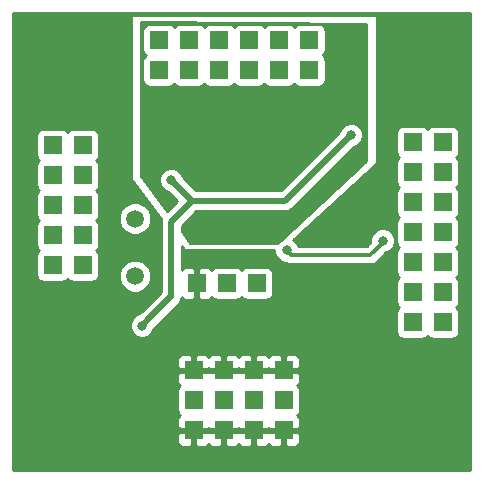
<source format=gbr>
G04 #@! TF.FileFunction,Copper,L1,Top,Signal*
%FSLAX46Y46*%
G04 Gerber Fmt 4.6, Leading zero omitted, Abs format (unit mm)*
G04 Created by KiCad (PCBNEW 0.201509081510+6169~29~ubuntu15.04.1-product) date Čt 10. září 2015, 16:27:08 CEST*
%MOMM*%
G01*
G04 APERTURE LIST*
%ADD10C,0.150000*%
%ADD11R,1.524000X1.524000*%
%ADD12C,6.000000*%
%ADD13C,1.501140*%
%ADD14C,0.800000*%
%ADD15C,0.500000*%
%ADD16C,0.300000*%
%ADD17C,0.400000*%
%ADD18C,0.254000*%
G04 APERTURE END LIST*
D10*
D11*
X15875000Y34798000D03*
X15875000Y37338000D03*
X23876000Y4318000D03*
X21336000Y4318000D03*
X23876000Y6858000D03*
X21336000Y6858000D03*
X23876000Y9398000D03*
X21336000Y9398000D03*
X37338000Y26162000D03*
X34798000Y26162000D03*
X37338000Y28702000D03*
X34798000Y28702000D03*
X13335000Y34798000D03*
X13335000Y37338000D03*
X18415000Y34798000D03*
X18415000Y37338000D03*
X20955000Y37338000D03*
X20955000Y34798000D03*
X26035000Y37338000D03*
X26035000Y34798000D03*
X23495000Y37338000D03*
X23495000Y34798000D03*
X16510000Y16764000D03*
X19050000Y16764000D03*
X21590000Y16764000D03*
X6858000Y28448000D03*
X4318000Y28448000D03*
X6858000Y25908000D03*
X4318000Y25908000D03*
X37338000Y18542000D03*
X34798000Y18542000D03*
X37338000Y21082000D03*
X34798000Y21082000D03*
X6858000Y18288000D03*
X4318000Y18288000D03*
X37338000Y13462000D03*
X34798000Y13462000D03*
X37338000Y16002000D03*
X34798000Y16002000D03*
X37338000Y23622000D03*
X34798000Y23622000D03*
X16256000Y9398000D03*
X18796000Y9398000D03*
X16256000Y6858000D03*
X18796000Y6858000D03*
X16256000Y4318000D03*
X18796000Y4318000D03*
X6858000Y20828000D03*
X4318000Y20828000D03*
X6858000Y23368000D03*
X4318000Y23368000D03*
D12*
X35560000Y35560000D03*
X35560000Y5080000D03*
X5080000Y35560000D03*
X5080000Y5080000D03*
D13*
X11303000Y22252940D03*
X11303000Y17371060D03*
D14*
X17280000Y18796000D03*
X5588000Y15621000D03*
X32258000Y20386000D03*
X24130000Y19558000D03*
X29591000Y29337000D03*
X14351000Y25527028D03*
X11886691Y13192000D03*
X29894000Y33211000D03*
X12954000Y25019000D03*
X25337000Y31496000D03*
X19431000Y21336000D03*
X18033998Y25400000D03*
X16383000Y31369000D03*
X20447000Y31369000D03*
D15*
X17280000Y18796000D02*
X19685000Y18796000D01*
X19685000Y18796000D02*
X19812000Y18669000D01*
D16*
X16256000Y4318000D02*
X15194000Y4318000D01*
X15194000Y4318000D02*
X15067000Y4445000D01*
X31223001Y19158001D02*
X32258000Y20193000D01*
X32258000Y20193000D02*
X32258000Y20386000D01*
X24130000Y19558000D02*
X24529999Y19158001D01*
X24529999Y19158001D02*
X31223001Y19158001D01*
D15*
X24014998Y23760998D02*
X29191001Y28937001D01*
X29191001Y28937001D02*
X29591000Y29337000D01*
X16117030Y23760998D02*
X24014998Y23760998D01*
X16117030Y23760998D02*
X14351000Y25527028D01*
X14351000Y15656309D02*
X14351000Y21994968D01*
X14351000Y21994968D02*
X16117030Y23760998D01*
X11886691Y13192000D02*
X12503571Y13808880D01*
X12503571Y13808880D02*
X14351000Y15656309D01*
D17*
X14351000Y18397640D02*
X14351000Y18968106D01*
X14351000Y15656309D02*
X14351000Y18397640D01*
X14351000Y18397640D02*
X14351000Y21994968D01*
D16*
X14351000Y18968106D02*
X14351000Y21994968D01*
X18433997Y25799999D02*
X18033998Y25400000D01*
X23859998Y31226000D02*
X18433997Y25799999D01*
X24130000Y31226000D02*
X23859998Y31226000D01*
X20447000Y31369000D02*
X16383000Y31369000D01*
X24130000Y31226000D02*
X20590000Y31226000D01*
X20590000Y31226000D02*
X20447000Y31369000D01*
X24130000Y31226000D02*
X29638000Y31226000D01*
D18*
G36*
X39676000Y964000D02*
X964000Y964000D01*
X964000Y4032250D01*
X14859000Y4032250D01*
X14859000Y3429690D01*
X14955673Y3196301D01*
X15134302Y3017673D01*
X15367691Y2921000D01*
X15970250Y2921000D01*
X16129000Y3079750D01*
X16129000Y4191000D01*
X16383000Y4191000D01*
X16383000Y3079750D01*
X16541750Y2921000D01*
X17144309Y2921000D01*
X17377698Y3017673D01*
X17526000Y3165974D01*
X17674302Y3017673D01*
X17907691Y2921000D01*
X18510250Y2921000D01*
X18669000Y3079750D01*
X18669000Y4191000D01*
X18923000Y4191000D01*
X18923000Y3079750D01*
X19081750Y2921000D01*
X19684309Y2921000D01*
X19917698Y3017673D01*
X20066000Y3165974D01*
X20214302Y3017673D01*
X20447691Y2921000D01*
X21050250Y2921000D01*
X21209000Y3079750D01*
X21209000Y4191000D01*
X21463000Y4191000D01*
X21463000Y3079750D01*
X21621750Y2921000D01*
X22224309Y2921000D01*
X22457698Y3017673D01*
X22606000Y3165974D01*
X22754302Y3017673D01*
X22987691Y2921000D01*
X23590250Y2921000D01*
X23749000Y3079750D01*
X23749000Y4191000D01*
X24003000Y4191000D01*
X24003000Y3079750D01*
X24161750Y2921000D01*
X24764309Y2921000D01*
X24997698Y3017673D01*
X25176327Y3196301D01*
X25273000Y3429690D01*
X25273000Y4032250D01*
X25114250Y4191000D01*
X24003000Y4191000D01*
X23749000Y4191000D01*
X22637750Y4191000D01*
X22606000Y4159250D01*
X22574250Y4191000D01*
X21463000Y4191000D01*
X21209000Y4191000D01*
X20097750Y4191000D01*
X20066000Y4159250D01*
X20034250Y4191000D01*
X18923000Y4191000D01*
X18669000Y4191000D01*
X17557750Y4191000D01*
X17526000Y4159250D01*
X17494250Y4191000D01*
X16383000Y4191000D01*
X16129000Y4191000D01*
X15017750Y4191000D01*
X14859000Y4032250D01*
X964000Y4032250D01*
X964000Y7620000D01*
X14846560Y7620000D01*
X14846560Y6096000D01*
X14890838Y5860683D01*
X15029910Y5644559D01*
X15107511Y5591536D01*
X14955673Y5439699D01*
X14859000Y5206310D01*
X14859000Y4603750D01*
X15017750Y4445000D01*
X16129000Y4445000D01*
X16129000Y4465000D01*
X16383000Y4465000D01*
X16383000Y4445000D01*
X17494250Y4445000D01*
X17526000Y4476750D01*
X17557750Y4445000D01*
X18669000Y4445000D01*
X18669000Y4465000D01*
X18923000Y4465000D01*
X18923000Y4445000D01*
X20034250Y4445000D01*
X20066000Y4476750D01*
X20097750Y4445000D01*
X21209000Y4445000D01*
X21209000Y4465000D01*
X21463000Y4465000D01*
X21463000Y4445000D01*
X22574250Y4445000D01*
X22606000Y4476750D01*
X22637750Y4445000D01*
X23749000Y4445000D01*
X23749000Y4465000D01*
X24003000Y4465000D01*
X24003000Y4445000D01*
X25114250Y4445000D01*
X25273000Y4603750D01*
X25273000Y5206310D01*
X25176327Y5439699D01*
X25025354Y5590671D01*
X25089441Y5631910D01*
X25234431Y5844110D01*
X25285440Y6096000D01*
X25285440Y7620000D01*
X25241162Y7855317D01*
X25102090Y8071441D01*
X25024489Y8124464D01*
X25176327Y8276301D01*
X25273000Y8509690D01*
X25273000Y9112250D01*
X25114250Y9271000D01*
X24003000Y9271000D01*
X24003000Y9251000D01*
X23749000Y9251000D01*
X23749000Y9271000D01*
X22637750Y9271000D01*
X22606000Y9239250D01*
X22574250Y9271000D01*
X21463000Y9271000D01*
X21463000Y9251000D01*
X21209000Y9251000D01*
X21209000Y9271000D01*
X20097750Y9271000D01*
X20066000Y9239250D01*
X20034250Y9271000D01*
X18923000Y9271000D01*
X18923000Y9251000D01*
X18669000Y9251000D01*
X18669000Y9271000D01*
X17557750Y9271000D01*
X17526000Y9239250D01*
X17494250Y9271000D01*
X16383000Y9271000D01*
X16383000Y9251000D01*
X16129000Y9251000D01*
X16129000Y9271000D01*
X15017750Y9271000D01*
X14859000Y9112250D01*
X14859000Y8509690D01*
X14955673Y8276301D01*
X15106646Y8125329D01*
X15042559Y8084090D01*
X14897569Y7871890D01*
X14846560Y7620000D01*
X964000Y7620000D01*
X964000Y10286310D01*
X14859000Y10286310D01*
X14859000Y9683750D01*
X15017750Y9525000D01*
X16129000Y9525000D01*
X16129000Y10636250D01*
X16383000Y10636250D01*
X16383000Y9525000D01*
X17494250Y9525000D01*
X17526000Y9556750D01*
X17557750Y9525000D01*
X18669000Y9525000D01*
X18669000Y10636250D01*
X18923000Y10636250D01*
X18923000Y9525000D01*
X20034250Y9525000D01*
X20066000Y9556750D01*
X20097750Y9525000D01*
X21209000Y9525000D01*
X21209000Y10636250D01*
X21463000Y10636250D01*
X21463000Y9525000D01*
X22574250Y9525000D01*
X22606000Y9556750D01*
X22637750Y9525000D01*
X23749000Y9525000D01*
X23749000Y10636250D01*
X24003000Y10636250D01*
X24003000Y9525000D01*
X25114250Y9525000D01*
X25273000Y9683750D01*
X25273000Y10286310D01*
X25176327Y10519699D01*
X24997698Y10698327D01*
X24764309Y10795000D01*
X24161750Y10795000D01*
X24003000Y10636250D01*
X23749000Y10636250D01*
X23590250Y10795000D01*
X22987691Y10795000D01*
X22754302Y10698327D01*
X22606000Y10550026D01*
X22457698Y10698327D01*
X22224309Y10795000D01*
X21621750Y10795000D01*
X21463000Y10636250D01*
X21209000Y10636250D01*
X21050250Y10795000D01*
X20447691Y10795000D01*
X20214302Y10698327D01*
X20066000Y10550026D01*
X19917698Y10698327D01*
X19684309Y10795000D01*
X19081750Y10795000D01*
X18923000Y10636250D01*
X18669000Y10636250D01*
X18510250Y10795000D01*
X17907691Y10795000D01*
X17674302Y10698327D01*
X17526000Y10550026D01*
X17377698Y10698327D01*
X17144309Y10795000D01*
X16541750Y10795000D01*
X16383000Y10636250D01*
X16129000Y10636250D01*
X15970250Y10795000D01*
X15367691Y10795000D01*
X15134302Y10698327D01*
X14955673Y10519699D01*
X14859000Y10286310D01*
X964000Y10286310D01*
X964000Y12987029D01*
X10851512Y12987029D01*
X11008749Y12606485D01*
X11299645Y12315081D01*
X11679914Y12157180D01*
X12091662Y12156821D01*
X12472206Y12314058D01*
X12763610Y12604954D01*
X12914423Y12968152D01*
X13129358Y13183088D01*
X13129361Y13183090D01*
X14976787Y15030517D01*
X14976790Y15030519D01*
X15168633Y15317634D01*
X15184786Y15398838D01*
X15229309Y15622666D01*
X15388301Y15463673D01*
X15621690Y15367000D01*
X16224250Y15367000D01*
X16383000Y15525750D01*
X16383000Y16637000D01*
X16363000Y16637000D01*
X16363000Y16891000D01*
X16383000Y16891000D01*
X16383000Y18002250D01*
X16637000Y18002250D01*
X16637000Y16891000D01*
X16657000Y16891000D01*
X16657000Y16637000D01*
X16637000Y16637000D01*
X16637000Y15525750D01*
X16795750Y15367000D01*
X17398310Y15367000D01*
X17631699Y15463673D01*
X17782671Y15614646D01*
X17823910Y15550559D01*
X18036110Y15405569D01*
X18288000Y15354560D01*
X19812000Y15354560D01*
X20047317Y15398838D01*
X20263441Y15537910D01*
X20319374Y15619770D01*
X20363910Y15550559D01*
X20576110Y15405569D01*
X20828000Y15354560D01*
X22352000Y15354560D01*
X22587317Y15398838D01*
X22803441Y15537910D01*
X22948431Y15750110D01*
X22999440Y16002000D01*
X22999440Y17526000D01*
X22955162Y17761317D01*
X22816090Y17977441D01*
X22603890Y18122431D01*
X22352000Y18173440D01*
X20828000Y18173440D01*
X20592683Y18129162D01*
X20376559Y17990090D01*
X20320626Y17908230D01*
X20276090Y17977441D01*
X20063890Y18122431D01*
X19812000Y18173440D01*
X18288000Y18173440D01*
X18052683Y18129162D01*
X17836559Y17990090D01*
X17783536Y17912489D01*
X17631699Y18064327D01*
X17398310Y18161000D01*
X16795750Y18161000D01*
X16637000Y18002250D01*
X16383000Y18002250D01*
X16224250Y18161000D01*
X15621690Y18161000D01*
X15388301Y18064327D01*
X15236000Y17912025D01*
X15236000Y19897884D01*
X15454519Y19608473D01*
X15492278Y19575070D01*
X15555873Y19558000D01*
X23095000Y19558000D01*
X23094821Y19353029D01*
X23252058Y18972485D01*
X23542954Y18681081D01*
X23923223Y18523180D01*
X24094486Y18523031D01*
X24229592Y18432756D01*
X24529999Y18373001D01*
X31223001Y18373001D01*
X31523408Y18432756D01*
X31778080Y18602922D01*
X32570345Y19395187D01*
X32843515Y19508058D01*
X33134919Y19798954D01*
X33292820Y20179223D01*
X33293179Y20590971D01*
X33135942Y20971515D01*
X32845046Y21262919D01*
X32464777Y21420820D01*
X32053029Y21421179D01*
X31672485Y21263942D01*
X31381081Y20973046D01*
X31223180Y20592777D01*
X31222897Y20268055D01*
X30897843Y19943001D01*
X25090792Y19943001D01*
X25007942Y20143515D01*
X24717046Y20434919D01*
X24684606Y20448389D01*
X31700869Y26845515D01*
X31730640Y26886199D01*
X31742303Y26939284D01*
X31743866Y29464000D01*
X33388560Y29464000D01*
X33388560Y27940000D01*
X33432838Y27704683D01*
X33571910Y27488559D01*
X33653770Y27432626D01*
X33584559Y27388090D01*
X33439569Y27175890D01*
X33388560Y26924000D01*
X33388560Y25400000D01*
X33432838Y25164683D01*
X33571910Y24948559D01*
X33653770Y24892626D01*
X33584559Y24848090D01*
X33439569Y24635890D01*
X33388560Y24384000D01*
X33388560Y22860000D01*
X33432838Y22624683D01*
X33571910Y22408559D01*
X33653770Y22352626D01*
X33584559Y22308090D01*
X33439569Y22095890D01*
X33388560Y21844000D01*
X33388560Y20320000D01*
X33432838Y20084683D01*
X33571910Y19868559D01*
X33653770Y19812626D01*
X33584559Y19768090D01*
X33439569Y19555890D01*
X33388560Y19304000D01*
X33388560Y17780000D01*
X33432838Y17544683D01*
X33571910Y17328559D01*
X33653770Y17272626D01*
X33584559Y17228090D01*
X33439569Y17015890D01*
X33388560Y16764000D01*
X33388560Y15240000D01*
X33432838Y15004683D01*
X33571910Y14788559D01*
X33653770Y14732626D01*
X33584559Y14688090D01*
X33439569Y14475890D01*
X33388560Y14224000D01*
X33388560Y12700000D01*
X33432838Y12464683D01*
X33571910Y12248559D01*
X33784110Y12103569D01*
X34036000Y12052560D01*
X35560000Y12052560D01*
X35795317Y12096838D01*
X36011441Y12235910D01*
X36067374Y12317770D01*
X36111910Y12248559D01*
X36324110Y12103569D01*
X36576000Y12052560D01*
X38100000Y12052560D01*
X38335317Y12096838D01*
X38551441Y12235910D01*
X38696431Y12448110D01*
X38747440Y12700000D01*
X38747440Y14224000D01*
X38703162Y14459317D01*
X38564090Y14675441D01*
X38482230Y14731374D01*
X38551441Y14775910D01*
X38696431Y14988110D01*
X38747440Y15240000D01*
X38747440Y16764000D01*
X38703162Y16999317D01*
X38564090Y17215441D01*
X38482230Y17271374D01*
X38551441Y17315910D01*
X38696431Y17528110D01*
X38747440Y17780000D01*
X38747440Y19304000D01*
X38703162Y19539317D01*
X38564090Y19755441D01*
X38482230Y19811374D01*
X38551441Y19855910D01*
X38696431Y20068110D01*
X38747440Y20320000D01*
X38747440Y21844000D01*
X38703162Y22079317D01*
X38564090Y22295441D01*
X38482230Y22351374D01*
X38551441Y22395910D01*
X38696431Y22608110D01*
X38747440Y22860000D01*
X38747440Y24384000D01*
X38703162Y24619317D01*
X38564090Y24835441D01*
X38482230Y24891374D01*
X38551441Y24935910D01*
X38696431Y25148110D01*
X38747440Y25400000D01*
X38747440Y26924000D01*
X38703162Y27159317D01*
X38564090Y27375441D01*
X38482230Y27431374D01*
X38551441Y27475910D01*
X38696431Y27688110D01*
X38747440Y27940000D01*
X38747440Y29464000D01*
X38703162Y29699317D01*
X38564090Y29915441D01*
X38351890Y30060431D01*
X38100000Y30111440D01*
X36576000Y30111440D01*
X36340683Y30067162D01*
X36124559Y29928090D01*
X36068626Y29846230D01*
X36024090Y29915441D01*
X35811890Y30060431D01*
X35560000Y30111440D01*
X34036000Y30111440D01*
X33800683Y30067162D01*
X33584559Y29928090D01*
X33439569Y29715890D01*
X33388560Y29464000D01*
X31743866Y29464000D01*
X31750000Y39369921D01*
X31740025Y39419338D01*
X31711610Y39460980D01*
X31669232Y39488286D01*
X31623000Y39497000D01*
X10922000Y39497000D01*
X10922000Y25654000D01*
X10932006Y25604590D01*
X10947646Y25577473D01*
X13504909Y22190578D01*
X13465999Y21994968D01*
X13466000Y21994963D01*
X13466000Y16022888D01*
X11877781Y14434670D01*
X11877779Y14434667D01*
X11662243Y14219131D01*
X11301176Y14069942D01*
X11009772Y13779046D01*
X10851871Y13398777D01*
X10851512Y12987029D01*
X964000Y12987029D01*
X964000Y29210000D01*
X2908560Y29210000D01*
X2908560Y27686000D01*
X2952838Y27450683D01*
X3091910Y27234559D01*
X3173770Y27178626D01*
X3104559Y27134090D01*
X2959569Y26921890D01*
X2908560Y26670000D01*
X2908560Y25146000D01*
X2952838Y24910683D01*
X3091910Y24694559D01*
X3173770Y24638626D01*
X3104559Y24594090D01*
X2959569Y24381890D01*
X2908560Y24130000D01*
X2908560Y22606000D01*
X2952838Y22370683D01*
X3091910Y22154559D01*
X3173770Y22098626D01*
X3104559Y22054090D01*
X2959569Y21841890D01*
X2908560Y21590000D01*
X2908560Y20066000D01*
X2952838Y19830683D01*
X3091910Y19614559D01*
X3173770Y19558626D01*
X3104559Y19514090D01*
X2959569Y19301890D01*
X2908560Y19050000D01*
X2908560Y17526000D01*
X2952838Y17290683D01*
X3091910Y17074559D01*
X3304110Y16929569D01*
X3556000Y16878560D01*
X5080000Y16878560D01*
X5315317Y16922838D01*
X5531441Y17061910D01*
X5587374Y17143770D01*
X5631910Y17074559D01*
X5844110Y16929569D01*
X6096000Y16878560D01*
X7620000Y16878560D01*
X7855317Y16922838D01*
X8071441Y17061910D01*
X8095186Y17096662D01*
X9917190Y17096662D01*
X10127686Y16587223D01*
X10517113Y16197116D01*
X11026184Y15985731D01*
X11577398Y15985250D01*
X12086837Y16195746D01*
X12476944Y16585173D01*
X12688329Y17094244D01*
X12688810Y17645458D01*
X12478314Y18154897D01*
X12088887Y18545004D01*
X11579816Y18756389D01*
X11028602Y18756870D01*
X10519163Y18546374D01*
X10129056Y18156947D01*
X9917671Y17647876D01*
X9917190Y17096662D01*
X8095186Y17096662D01*
X8216431Y17274110D01*
X8267440Y17526000D01*
X8267440Y19050000D01*
X8223162Y19285317D01*
X8084090Y19501441D01*
X8002230Y19557374D01*
X8071441Y19601910D01*
X8216431Y19814110D01*
X8267440Y20066000D01*
X8267440Y21590000D01*
X8223162Y21825317D01*
X8124565Y21978542D01*
X9917190Y21978542D01*
X10127686Y21469103D01*
X10517113Y21078996D01*
X11026184Y20867611D01*
X11577398Y20867130D01*
X12086837Y21077626D01*
X12476944Y21467053D01*
X12688329Y21976124D01*
X12688810Y22527338D01*
X12478314Y23036777D01*
X12088887Y23426884D01*
X11579816Y23638269D01*
X11028602Y23638750D01*
X10519163Y23428254D01*
X10129056Y23038827D01*
X9917671Y22529756D01*
X9917190Y21978542D01*
X8124565Y21978542D01*
X8084090Y22041441D01*
X8002230Y22097374D01*
X8071441Y22141910D01*
X8216431Y22354110D01*
X8267440Y22606000D01*
X8267440Y24130000D01*
X8223162Y24365317D01*
X8084090Y24581441D01*
X8002230Y24637374D01*
X8071441Y24681910D01*
X8216431Y24894110D01*
X8267440Y25146000D01*
X8267440Y26670000D01*
X8223162Y26905317D01*
X8084090Y27121441D01*
X8002230Y27177374D01*
X8071441Y27221910D01*
X8216431Y27434110D01*
X8267440Y27686000D01*
X8267440Y29210000D01*
X8223162Y29445317D01*
X8084090Y29661441D01*
X7871890Y29806431D01*
X7620000Y29857440D01*
X6096000Y29857440D01*
X5860683Y29813162D01*
X5644559Y29674090D01*
X5588626Y29592230D01*
X5544090Y29661441D01*
X5331890Y29806431D01*
X5080000Y29857440D01*
X3556000Y29857440D01*
X3320683Y29813162D01*
X3104559Y29674090D01*
X2959569Y29461890D01*
X2908560Y29210000D01*
X964000Y29210000D01*
X964000Y39497000D01*
X8382000Y39497000D01*
X8382000Y39370000D01*
X8509000Y39370000D01*
X8509000Y39497000D01*
X8382000Y39497000D01*
X964000Y39497000D01*
X964000Y39676000D01*
X39676000Y39676000D01*
X39676000Y964000D01*
X39676000Y964000D01*
G37*
X39676000Y964000D02*
X964000Y964000D01*
X964000Y4032250D01*
X14859000Y4032250D01*
X14859000Y3429690D01*
X14955673Y3196301D01*
X15134302Y3017673D01*
X15367691Y2921000D01*
X15970250Y2921000D01*
X16129000Y3079750D01*
X16129000Y4191000D01*
X16383000Y4191000D01*
X16383000Y3079750D01*
X16541750Y2921000D01*
X17144309Y2921000D01*
X17377698Y3017673D01*
X17526000Y3165974D01*
X17674302Y3017673D01*
X17907691Y2921000D01*
X18510250Y2921000D01*
X18669000Y3079750D01*
X18669000Y4191000D01*
X18923000Y4191000D01*
X18923000Y3079750D01*
X19081750Y2921000D01*
X19684309Y2921000D01*
X19917698Y3017673D01*
X20066000Y3165974D01*
X20214302Y3017673D01*
X20447691Y2921000D01*
X21050250Y2921000D01*
X21209000Y3079750D01*
X21209000Y4191000D01*
X21463000Y4191000D01*
X21463000Y3079750D01*
X21621750Y2921000D01*
X22224309Y2921000D01*
X22457698Y3017673D01*
X22606000Y3165974D01*
X22754302Y3017673D01*
X22987691Y2921000D01*
X23590250Y2921000D01*
X23749000Y3079750D01*
X23749000Y4191000D01*
X24003000Y4191000D01*
X24003000Y3079750D01*
X24161750Y2921000D01*
X24764309Y2921000D01*
X24997698Y3017673D01*
X25176327Y3196301D01*
X25273000Y3429690D01*
X25273000Y4032250D01*
X25114250Y4191000D01*
X24003000Y4191000D01*
X23749000Y4191000D01*
X22637750Y4191000D01*
X22606000Y4159250D01*
X22574250Y4191000D01*
X21463000Y4191000D01*
X21209000Y4191000D01*
X20097750Y4191000D01*
X20066000Y4159250D01*
X20034250Y4191000D01*
X18923000Y4191000D01*
X18669000Y4191000D01*
X17557750Y4191000D01*
X17526000Y4159250D01*
X17494250Y4191000D01*
X16383000Y4191000D01*
X16129000Y4191000D01*
X15017750Y4191000D01*
X14859000Y4032250D01*
X964000Y4032250D01*
X964000Y7620000D01*
X14846560Y7620000D01*
X14846560Y6096000D01*
X14890838Y5860683D01*
X15029910Y5644559D01*
X15107511Y5591536D01*
X14955673Y5439699D01*
X14859000Y5206310D01*
X14859000Y4603750D01*
X15017750Y4445000D01*
X16129000Y4445000D01*
X16129000Y4465000D01*
X16383000Y4465000D01*
X16383000Y4445000D01*
X17494250Y4445000D01*
X17526000Y4476750D01*
X17557750Y4445000D01*
X18669000Y4445000D01*
X18669000Y4465000D01*
X18923000Y4465000D01*
X18923000Y4445000D01*
X20034250Y4445000D01*
X20066000Y4476750D01*
X20097750Y4445000D01*
X21209000Y4445000D01*
X21209000Y4465000D01*
X21463000Y4465000D01*
X21463000Y4445000D01*
X22574250Y4445000D01*
X22606000Y4476750D01*
X22637750Y4445000D01*
X23749000Y4445000D01*
X23749000Y4465000D01*
X24003000Y4465000D01*
X24003000Y4445000D01*
X25114250Y4445000D01*
X25273000Y4603750D01*
X25273000Y5206310D01*
X25176327Y5439699D01*
X25025354Y5590671D01*
X25089441Y5631910D01*
X25234431Y5844110D01*
X25285440Y6096000D01*
X25285440Y7620000D01*
X25241162Y7855317D01*
X25102090Y8071441D01*
X25024489Y8124464D01*
X25176327Y8276301D01*
X25273000Y8509690D01*
X25273000Y9112250D01*
X25114250Y9271000D01*
X24003000Y9271000D01*
X24003000Y9251000D01*
X23749000Y9251000D01*
X23749000Y9271000D01*
X22637750Y9271000D01*
X22606000Y9239250D01*
X22574250Y9271000D01*
X21463000Y9271000D01*
X21463000Y9251000D01*
X21209000Y9251000D01*
X21209000Y9271000D01*
X20097750Y9271000D01*
X20066000Y9239250D01*
X20034250Y9271000D01*
X18923000Y9271000D01*
X18923000Y9251000D01*
X18669000Y9251000D01*
X18669000Y9271000D01*
X17557750Y9271000D01*
X17526000Y9239250D01*
X17494250Y9271000D01*
X16383000Y9271000D01*
X16383000Y9251000D01*
X16129000Y9251000D01*
X16129000Y9271000D01*
X15017750Y9271000D01*
X14859000Y9112250D01*
X14859000Y8509690D01*
X14955673Y8276301D01*
X15106646Y8125329D01*
X15042559Y8084090D01*
X14897569Y7871890D01*
X14846560Y7620000D01*
X964000Y7620000D01*
X964000Y10286310D01*
X14859000Y10286310D01*
X14859000Y9683750D01*
X15017750Y9525000D01*
X16129000Y9525000D01*
X16129000Y10636250D01*
X16383000Y10636250D01*
X16383000Y9525000D01*
X17494250Y9525000D01*
X17526000Y9556750D01*
X17557750Y9525000D01*
X18669000Y9525000D01*
X18669000Y10636250D01*
X18923000Y10636250D01*
X18923000Y9525000D01*
X20034250Y9525000D01*
X20066000Y9556750D01*
X20097750Y9525000D01*
X21209000Y9525000D01*
X21209000Y10636250D01*
X21463000Y10636250D01*
X21463000Y9525000D01*
X22574250Y9525000D01*
X22606000Y9556750D01*
X22637750Y9525000D01*
X23749000Y9525000D01*
X23749000Y10636250D01*
X24003000Y10636250D01*
X24003000Y9525000D01*
X25114250Y9525000D01*
X25273000Y9683750D01*
X25273000Y10286310D01*
X25176327Y10519699D01*
X24997698Y10698327D01*
X24764309Y10795000D01*
X24161750Y10795000D01*
X24003000Y10636250D01*
X23749000Y10636250D01*
X23590250Y10795000D01*
X22987691Y10795000D01*
X22754302Y10698327D01*
X22606000Y10550026D01*
X22457698Y10698327D01*
X22224309Y10795000D01*
X21621750Y10795000D01*
X21463000Y10636250D01*
X21209000Y10636250D01*
X21050250Y10795000D01*
X20447691Y10795000D01*
X20214302Y10698327D01*
X20066000Y10550026D01*
X19917698Y10698327D01*
X19684309Y10795000D01*
X19081750Y10795000D01*
X18923000Y10636250D01*
X18669000Y10636250D01*
X18510250Y10795000D01*
X17907691Y10795000D01*
X17674302Y10698327D01*
X17526000Y10550026D01*
X17377698Y10698327D01*
X17144309Y10795000D01*
X16541750Y10795000D01*
X16383000Y10636250D01*
X16129000Y10636250D01*
X15970250Y10795000D01*
X15367691Y10795000D01*
X15134302Y10698327D01*
X14955673Y10519699D01*
X14859000Y10286310D01*
X964000Y10286310D01*
X964000Y12987029D01*
X10851512Y12987029D01*
X11008749Y12606485D01*
X11299645Y12315081D01*
X11679914Y12157180D01*
X12091662Y12156821D01*
X12472206Y12314058D01*
X12763610Y12604954D01*
X12914423Y12968152D01*
X13129358Y13183088D01*
X13129361Y13183090D01*
X14976787Y15030517D01*
X14976790Y15030519D01*
X15168633Y15317634D01*
X15184786Y15398838D01*
X15229309Y15622666D01*
X15388301Y15463673D01*
X15621690Y15367000D01*
X16224250Y15367000D01*
X16383000Y15525750D01*
X16383000Y16637000D01*
X16363000Y16637000D01*
X16363000Y16891000D01*
X16383000Y16891000D01*
X16383000Y18002250D01*
X16637000Y18002250D01*
X16637000Y16891000D01*
X16657000Y16891000D01*
X16657000Y16637000D01*
X16637000Y16637000D01*
X16637000Y15525750D01*
X16795750Y15367000D01*
X17398310Y15367000D01*
X17631699Y15463673D01*
X17782671Y15614646D01*
X17823910Y15550559D01*
X18036110Y15405569D01*
X18288000Y15354560D01*
X19812000Y15354560D01*
X20047317Y15398838D01*
X20263441Y15537910D01*
X20319374Y15619770D01*
X20363910Y15550559D01*
X20576110Y15405569D01*
X20828000Y15354560D01*
X22352000Y15354560D01*
X22587317Y15398838D01*
X22803441Y15537910D01*
X22948431Y15750110D01*
X22999440Y16002000D01*
X22999440Y17526000D01*
X22955162Y17761317D01*
X22816090Y17977441D01*
X22603890Y18122431D01*
X22352000Y18173440D01*
X20828000Y18173440D01*
X20592683Y18129162D01*
X20376559Y17990090D01*
X20320626Y17908230D01*
X20276090Y17977441D01*
X20063890Y18122431D01*
X19812000Y18173440D01*
X18288000Y18173440D01*
X18052683Y18129162D01*
X17836559Y17990090D01*
X17783536Y17912489D01*
X17631699Y18064327D01*
X17398310Y18161000D01*
X16795750Y18161000D01*
X16637000Y18002250D01*
X16383000Y18002250D01*
X16224250Y18161000D01*
X15621690Y18161000D01*
X15388301Y18064327D01*
X15236000Y17912025D01*
X15236000Y19897884D01*
X15454519Y19608473D01*
X15492278Y19575070D01*
X15555873Y19558000D01*
X23095000Y19558000D01*
X23094821Y19353029D01*
X23252058Y18972485D01*
X23542954Y18681081D01*
X23923223Y18523180D01*
X24094486Y18523031D01*
X24229592Y18432756D01*
X24529999Y18373001D01*
X31223001Y18373001D01*
X31523408Y18432756D01*
X31778080Y18602922D01*
X32570345Y19395187D01*
X32843515Y19508058D01*
X33134919Y19798954D01*
X33292820Y20179223D01*
X33293179Y20590971D01*
X33135942Y20971515D01*
X32845046Y21262919D01*
X32464777Y21420820D01*
X32053029Y21421179D01*
X31672485Y21263942D01*
X31381081Y20973046D01*
X31223180Y20592777D01*
X31222897Y20268055D01*
X30897843Y19943001D01*
X25090792Y19943001D01*
X25007942Y20143515D01*
X24717046Y20434919D01*
X24684606Y20448389D01*
X31700869Y26845515D01*
X31730640Y26886199D01*
X31742303Y26939284D01*
X31743866Y29464000D01*
X33388560Y29464000D01*
X33388560Y27940000D01*
X33432838Y27704683D01*
X33571910Y27488559D01*
X33653770Y27432626D01*
X33584559Y27388090D01*
X33439569Y27175890D01*
X33388560Y26924000D01*
X33388560Y25400000D01*
X33432838Y25164683D01*
X33571910Y24948559D01*
X33653770Y24892626D01*
X33584559Y24848090D01*
X33439569Y24635890D01*
X33388560Y24384000D01*
X33388560Y22860000D01*
X33432838Y22624683D01*
X33571910Y22408559D01*
X33653770Y22352626D01*
X33584559Y22308090D01*
X33439569Y22095890D01*
X33388560Y21844000D01*
X33388560Y20320000D01*
X33432838Y20084683D01*
X33571910Y19868559D01*
X33653770Y19812626D01*
X33584559Y19768090D01*
X33439569Y19555890D01*
X33388560Y19304000D01*
X33388560Y17780000D01*
X33432838Y17544683D01*
X33571910Y17328559D01*
X33653770Y17272626D01*
X33584559Y17228090D01*
X33439569Y17015890D01*
X33388560Y16764000D01*
X33388560Y15240000D01*
X33432838Y15004683D01*
X33571910Y14788559D01*
X33653770Y14732626D01*
X33584559Y14688090D01*
X33439569Y14475890D01*
X33388560Y14224000D01*
X33388560Y12700000D01*
X33432838Y12464683D01*
X33571910Y12248559D01*
X33784110Y12103569D01*
X34036000Y12052560D01*
X35560000Y12052560D01*
X35795317Y12096838D01*
X36011441Y12235910D01*
X36067374Y12317770D01*
X36111910Y12248559D01*
X36324110Y12103569D01*
X36576000Y12052560D01*
X38100000Y12052560D01*
X38335317Y12096838D01*
X38551441Y12235910D01*
X38696431Y12448110D01*
X38747440Y12700000D01*
X38747440Y14224000D01*
X38703162Y14459317D01*
X38564090Y14675441D01*
X38482230Y14731374D01*
X38551441Y14775910D01*
X38696431Y14988110D01*
X38747440Y15240000D01*
X38747440Y16764000D01*
X38703162Y16999317D01*
X38564090Y17215441D01*
X38482230Y17271374D01*
X38551441Y17315910D01*
X38696431Y17528110D01*
X38747440Y17780000D01*
X38747440Y19304000D01*
X38703162Y19539317D01*
X38564090Y19755441D01*
X38482230Y19811374D01*
X38551441Y19855910D01*
X38696431Y20068110D01*
X38747440Y20320000D01*
X38747440Y21844000D01*
X38703162Y22079317D01*
X38564090Y22295441D01*
X38482230Y22351374D01*
X38551441Y22395910D01*
X38696431Y22608110D01*
X38747440Y22860000D01*
X38747440Y24384000D01*
X38703162Y24619317D01*
X38564090Y24835441D01*
X38482230Y24891374D01*
X38551441Y24935910D01*
X38696431Y25148110D01*
X38747440Y25400000D01*
X38747440Y26924000D01*
X38703162Y27159317D01*
X38564090Y27375441D01*
X38482230Y27431374D01*
X38551441Y27475910D01*
X38696431Y27688110D01*
X38747440Y27940000D01*
X38747440Y29464000D01*
X38703162Y29699317D01*
X38564090Y29915441D01*
X38351890Y30060431D01*
X38100000Y30111440D01*
X36576000Y30111440D01*
X36340683Y30067162D01*
X36124559Y29928090D01*
X36068626Y29846230D01*
X36024090Y29915441D01*
X35811890Y30060431D01*
X35560000Y30111440D01*
X34036000Y30111440D01*
X33800683Y30067162D01*
X33584559Y29928090D01*
X33439569Y29715890D01*
X33388560Y29464000D01*
X31743866Y29464000D01*
X31750000Y39369921D01*
X31740025Y39419338D01*
X31711610Y39460980D01*
X31669232Y39488286D01*
X31623000Y39497000D01*
X10922000Y39497000D01*
X10922000Y25654000D01*
X10932006Y25604590D01*
X10947646Y25577473D01*
X13504909Y22190578D01*
X13465999Y21994968D01*
X13466000Y21994963D01*
X13466000Y16022888D01*
X11877781Y14434670D01*
X11877779Y14434667D01*
X11662243Y14219131D01*
X11301176Y14069942D01*
X11009772Y13779046D01*
X10851871Y13398777D01*
X10851512Y12987029D01*
X964000Y12987029D01*
X964000Y29210000D01*
X2908560Y29210000D01*
X2908560Y27686000D01*
X2952838Y27450683D01*
X3091910Y27234559D01*
X3173770Y27178626D01*
X3104559Y27134090D01*
X2959569Y26921890D01*
X2908560Y26670000D01*
X2908560Y25146000D01*
X2952838Y24910683D01*
X3091910Y24694559D01*
X3173770Y24638626D01*
X3104559Y24594090D01*
X2959569Y24381890D01*
X2908560Y24130000D01*
X2908560Y22606000D01*
X2952838Y22370683D01*
X3091910Y22154559D01*
X3173770Y22098626D01*
X3104559Y22054090D01*
X2959569Y21841890D01*
X2908560Y21590000D01*
X2908560Y20066000D01*
X2952838Y19830683D01*
X3091910Y19614559D01*
X3173770Y19558626D01*
X3104559Y19514090D01*
X2959569Y19301890D01*
X2908560Y19050000D01*
X2908560Y17526000D01*
X2952838Y17290683D01*
X3091910Y17074559D01*
X3304110Y16929569D01*
X3556000Y16878560D01*
X5080000Y16878560D01*
X5315317Y16922838D01*
X5531441Y17061910D01*
X5587374Y17143770D01*
X5631910Y17074559D01*
X5844110Y16929569D01*
X6096000Y16878560D01*
X7620000Y16878560D01*
X7855317Y16922838D01*
X8071441Y17061910D01*
X8095186Y17096662D01*
X9917190Y17096662D01*
X10127686Y16587223D01*
X10517113Y16197116D01*
X11026184Y15985731D01*
X11577398Y15985250D01*
X12086837Y16195746D01*
X12476944Y16585173D01*
X12688329Y17094244D01*
X12688810Y17645458D01*
X12478314Y18154897D01*
X12088887Y18545004D01*
X11579816Y18756389D01*
X11028602Y18756870D01*
X10519163Y18546374D01*
X10129056Y18156947D01*
X9917671Y17647876D01*
X9917190Y17096662D01*
X8095186Y17096662D01*
X8216431Y17274110D01*
X8267440Y17526000D01*
X8267440Y19050000D01*
X8223162Y19285317D01*
X8084090Y19501441D01*
X8002230Y19557374D01*
X8071441Y19601910D01*
X8216431Y19814110D01*
X8267440Y20066000D01*
X8267440Y21590000D01*
X8223162Y21825317D01*
X8124565Y21978542D01*
X9917190Y21978542D01*
X10127686Y21469103D01*
X10517113Y21078996D01*
X11026184Y20867611D01*
X11577398Y20867130D01*
X12086837Y21077626D01*
X12476944Y21467053D01*
X12688329Y21976124D01*
X12688810Y22527338D01*
X12478314Y23036777D01*
X12088887Y23426884D01*
X11579816Y23638269D01*
X11028602Y23638750D01*
X10519163Y23428254D01*
X10129056Y23038827D01*
X9917671Y22529756D01*
X9917190Y21978542D01*
X8124565Y21978542D01*
X8084090Y22041441D01*
X8002230Y22097374D01*
X8071441Y22141910D01*
X8216431Y22354110D01*
X8267440Y22606000D01*
X8267440Y24130000D01*
X8223162Y24365317D01*
X8084090Y24581441D01*
X8002230Y24637374D01*
X8071441Y24681910D01*
X8216431Y24894110D01*
X8267440Y25146000D01*
X8267440Y26670000D01*
X8223162Y26905317D01*
X8084090Y27121441D01*
X8002230Y27177374D01*
X8071441Y27221910D01*
X8216431Y27434110D01*
X8267440Y27686000D01*
X8267440Y29210000D01*
X8223162Y29445317D01*
X8084090Y29661441D01*
X7871890Y29806431D01*
X7620000Y29857440D01*
X6096000Y29857440D01*
X5860683Y29813162D01*
X5644559Y29674090D01*
X5588626Y29592230D01*
X5544090Y29661441D01*
X5331890Y29806431D01*
X5080000Y29857440D01*
X3556000Y29857440D01*
X3320683Y29813162D01*
X3104559Y29674090D01*
X2959569Y29461890D01*
X2908560Y29210000D01*
X964000Y29210000D01*
X964000Y39497000D01*
X8382000Y39497000D01*
X8382000Y39370000D01*
X8509000Y39370000D01*
X8509000Y39497000D01*
X8382000Y39497000D01*
X964000Y39497000D01*
X964000Y39676000D01*
X39676000Y39676000D01*
X39676000Y964000D01*
G36*
X30861000Y38735833D02*
X30861000Y27106868D01*
X23615749Y20465388D01*
X23544485Y20435942D01*
X23301119Y20193000D01*
X15965912Y20193000D01*
X15236000Y21183595D01*
X15236000Y21628388D01*
X16483609Y22875998D01*
X24014993Y22875998D01*
X24014998Y22875997D01*
X24297482Y22932188D01*
X24353673Y22943365D01*
X24640788Y23135208D01*
X24640789Y23135209D01*
X29815447Y28309868D01*
X30176515Y28459058D01*
X30467919Y28749954D01*
X30625820Y29130223D01*
X30626179Y29541971D01*
X30468942Y29922515D01*
X30178046Y30213919D01*
X29797777Y30371820D01*
X29386029Y30372179D01*
X29005485Y30214942D01*
X28714081Y29924046D01*
X28563268Y29560847D01*
X23648418Y24645998D01*
X16483609Y24645998D01*
X15378131Y25751477D01*
X15228942Y26112543D01*
X14938046Y26403947D01*
X14557777Y26561848D01*
X14146029Y26562207D01*
X13765485Y26404970D01*
X13474081Y26114074D01*
X13316180Y25733805D01*
X13315821Y25322057D01*
X13473058Y24941513D01*
X13763954Y24650109D01*
X14127152Y24499297D01*
X14865451Y23760998D01*
X13985353Y22880901D01*
X11811000Y25831808D01*
X11811000Y38100000D01*
X11925560Y38100000D01*
X11925560Y36576000D01*
X11969838Y36340683D01*
X12108910Y36124559D01*
X12190770Y36068626D01*
X12121559Y36024090D01*
X11976569Y35811890D01*
X11925560Y35560000D01*
X11925560Y34036000D01*
X11969838Y33800683D01*
X12108910Y33584559D01*
X12321110Y33439569D01*
X12573000Y33388560D01*
X14097000Y33388560D01*
X14332317Y33432838D01*
X14548441Y33571910D01*
X14604374Y33653770D01*
X14648910Y33584559D01*
X14861110Y33439569D01*
X15113000Y33388560D01*
X16637000Y33388560D01*
X16872317Y33432838D01*
X17088441Y33571910D01*
X17144374Y33653770D01*
X17188910Y33584559D01*
X17401110Y33439569D01*
X17653000Y33388560D01*
X19177000Y33388560D01*
X19412317Y33432838D01*
X19628441Y33571910D01*
X19684374Y33653770D01*
X19728910Y33584559D01*
X19941110Y33439569D01*
X20193000Y33388560D01*
X21717000Y33388560D01*
X21952317Y33432838D01*
X22168441Y33571910D01*
X22224374Y33653770D01*
X22268910Y33584559D01*
X22481110Y33439569D01*
X22733000Y33388560D01*
X24257000Y33388560D01*
X24492317Y33432838D01*
X24708441Y33571910D01*
X24764374Y33653770D01*
X24808910Y33584559D01*
X25021110Y33439569D01*
X25273000Y33388560D01*
X26797000Y33388560D01*
X27032317Y33432838D01*
X27248441Y33571910D01*
X27393431Y33784110D01*
X27444440Y34036000D01*
X27444440Y35560000D01*
X27400162Y35795317D01*
X27261090Y36011441D01*
X27179230Y36067374D01*
X27248441Y36111910D01*
X27393431Y36324110D01*
X27444440Y36576000D01*
X27444440Y38100000D01*
X27400162Y38335317D01*
X27261090Y38551441D01*
X27048890Y38696431D01*
X26797000Y38747440D01*
X25273000Y38747440D01*
X25037683Y38703162D01*
X24821559Y38564090D01*
X24765626Y38482230D01*
X24721090Y38551441D01*
X24508890Y38696431D01*
X24257000Y38747440D01*
X22733000Y38747440D01*
X22497683Y38703162D01*
X22281559Y38564090D01*
X22225626Y38482230D01*
X22181090Y38551441D01*
X21968890Y38696431D01*
X21717000Y38747440D01*
X20193000Y38747440D01*
X19957683Y38703162D01*
X19741559Y38564090D01*
X19685626Y38482230D01*
X19641090Y38551441D01*
X19428890Y38696431D01*
X19177000Y38747440D01*
X17653000Y38747440D01*
X17417683Y38703162D01*
X17201559Y38564090D01*
X17145626Y38482230D01*
X17101090Y38551441D01*
X16888890Y38696431D01*
X16637000Y38747440D01*
X15113000Y38747440D01*
X14877683Y38703162D01*
X14661559Y38564090D01*
X14605626Y38482230D01*
X14561090Y38551441D01*
X14348890Y38696431D01*
X14097000Y38747440D01*
X12573000Y38747440D01*
X12337683Y38703162D01*
X12121559Y38564090D01*
X11976569Y38351890D01*
X11925560Y38100000D01*
X11811000Y38100000D01*
X11811000Y38861162D01*
X30861000Y38735833D01*
X30861000Y38735833D01*
G37*
X30861000Y38735833D02*
X30861000Y27106868D01*
X23615749Y20465388D01*
X23544485Y20435942D01*
X23301119Y20193000D01*
X15965912Y20193000D01*
X15236000Y21183595D01*
X15236000Y21628388D01*
X16483609Y22875998D01*
X24014993Y22875998D01*
X24014998Y22875997D01*
X24297482Y22932188D01*
X24353673Y22943365D01*
X24640788Y23135208D01*
X24640789Y23135209D01*
X29815447Y28309868D01*
X30176515Y28459058D01*
X30467919Y28749954D01*
X30625820Y29130223D01*
X30626179Y29541971D01*
X30468942Y29922515D01*
X30178046Y30213919D01*
X29797777Y30371820D01*
X29386029Y30372179D01*
X29005485Y30214942D01*
X28714081Y29924046D01*
X28563268Y29560847D01*
X23648418Y24645998D01*
X16483609Y24645998D01*
X15378131Y25751477D01*
X15228942Y26112543D01*
X14938046Y26403947D01*
X14557777Y26561848D01*
X14146029Y26562207D01*
X13765485Y26404970D01*
X13474081Y26114074D01*
X13316180Y25733805D01*
X13315821Y25322057D01*
X13473058Y24941513D01*
X13763954Y24650109D01*
X14127152Y24499297D01*
X14865451Y23760998D01*
X13985353Y22880901D01*
X11811000Y25831808D01*
X11811000Y38100000D01*
X11925560Y38100000D01*
X11925560Y36576000D01*
X11969838Y36340683D01*
X12108910Y36124559D01*
X12190770Y36068626D01*
X12121559Y36024090D01*
X11976569Y35811890D01*
X11925560Y35560000D01*
X11925560Y34036000D01*
X11969838Y33800683D01*
X12108910Y33584559D01*
X12321110Y33439569D01*
X12573000Y33388560D01*
X14097000Y33388560D01*
X14332317Y33432838D01*
X14548441Y33571910D01*
X14604374Y33653770D01*
X14648910Y33584559D01*
X14861110Y33439569D01*
X15113000Y33388560D01*
X16637000Y33388560D01*
X16872317Y33432838D01*
X17088441Y33571910D01*
X17144374Y33653770D01*
X17188910Y33584559D01*
X17401110Y33439569D01*
X17653000Y33388560D01*
X19177000Y33388560D01*
X19412317Y33432838D01*
X19628441Y33571910D01*
X19684374Y33653770D01*
X19728910Y33584559D01*
X19941110Y33439569D01*
X20193000Y33388560D01*
X21717000Y33388560D01*
X21952317Y33432838D01*
X22168441Y33571910D01*
X22224374Y33653770D01*
X22268910Y33584559D01*
X22481110Y33439569D01*
X22733000Y33388560D01*
X24257000Y33388560D01*
X24492317Y33432838D01*
X24708441Y33571910D01*
X24764374Y33653770D01*
X24808910Y33584559D01*
X25021110Y33439569D01*
X25273000Y33388560D01*
X26797000Y33388560D01*
X27032317Y33432838D01*
X27248441Y33571910D01*
X27393431Y33784110D01*
X27444440Y34036000D01*
X27444440Y35560000D01*
X27400162Y35795317D01*
X27261090Y36011441D01*
X27179230Y36067374D01*
X27248441Y36111910D01*
X27393431Y36324110D01*
X27444440Y36576000D01*
X27444440Y38100000D01*
X27400162Y38335317D01*
X27261090Y38551441D01*
X27048890Y38696431D01*
X26797000Y38747440D01*
X25273000Y38747440D01*
X25037683Y38703162D01*
X24821559Y38564090D01*
X24765626Y38482230D01*
X24721090Y38551441D01*
X24508890Y38696431D01*
X24257000Y38747440D01*
X22733000Y38747440D01*
X22497683Y38703162D01*
X22281559Y38564090D01*
X22225626Y38482230D01*
X22181090Y38551441D01*
X21968890Y38696431D01*
X21717000Y38747440D01*
X20193000Y38747440D01*
X19957683Y38703162D01*
X19741559Y38564090D01*
X19685626Y38482230D01*
X19641090Y38551441D01*
X19428890Y38696431D01*
X19177000Y38747440D01*
X17653000Y38747440D01*
X17417683Y38703162D01*
X17201559Y38564090D01*
X17145626Y38482230D01*
X17101090Y38551441D01*
X16888890Y38696431D01*
X16637000Y38747440D01*
X15113000Y38747440D01*
X14877683Y38703162D01*
X14661559Y38564090D01*
X14605626Y38482230D01*
X14561090Y38551441D01*
X14348890Y38696431D01*
X14097000Y38747440D01*
X12573000Y38747440D01*
X12337683Y38703162D01*
X12121559Y38564090D01*
X11976569Y38351890D01*
X11925560Y38100000D01*
X11811000Y38100000D01*
X11811000Y38861162D01*
X30861000Y38735833D01*
M02*

</source>
